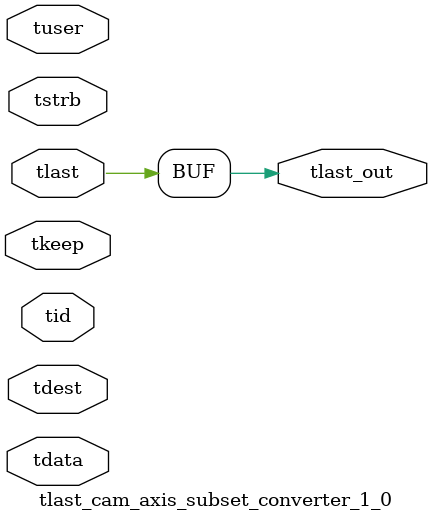
<source format=v>


`timescale 1ps/1ps

module tlast_cam_axis_subset_converter_1_0 #
(
parameter C_S_AXIS_TID_WIDTH   = 1,
parameter C_S_AXIS_TUSER_WIDTH = 0,
parameter C_S_AXIS_TDATA_WIDTH = 0,
parameter C_S_AXIS_TDEST_WIDTH = 0
)
(
input  [(C_S_AXIS_TID_WIDTH   == 0 ? 1 : C_S_AXIS_TID_WIDTH)-1:0       ] tid,
input  [(C_S_AXIS_TDATA_WIDTH == 0 ? 1 : C_S_AXIS_TDATA_WIDTH)-1:0     ] tdata,
input  [(C_S_AXIS_TUSER_WIDTH == 0 ? 1 : C_S_AXIS_TUSER_WIDTH)-1:0     ] tuser,
input  [(C_S_AXIS_TDEST_WIDTH == 0 ? 1 : C_S_AXIS_TDEST_WIDTH)-1:0     ] tdest,
input  [(C_S_AXIS_TDATA_WIDTH/8)-1:0 ] tkeep,
input  [(C_S_AXIS_TDATA_WIDTH/8)-1:0 ] tstrb,
input  [0:0]                                                             tlast,
output                                                                   tlast_out
);

assign tlast_out = {tlast};

endmodule


</source>
